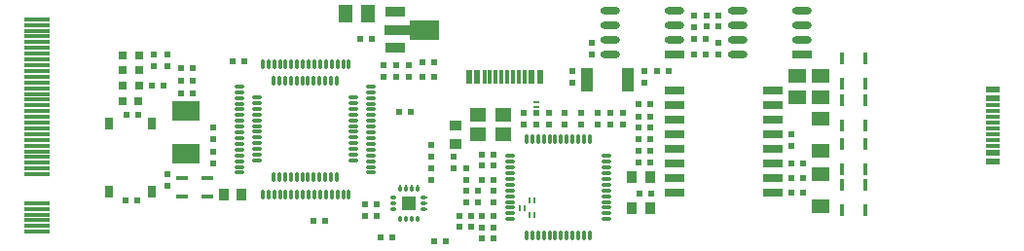
<source format=gtp>
G04*
G04 #@! TF.GenerationSoftware,Altium Limited,Altium Designer,18.1.7 (191)*
G04*
G04 Layer_Color=8421504*
%FSLAX44Y44*%
%MOMM*%
G71*
G01*
G75*
%ADD15R,0.6000X0.6000*%
%ADD16R,0.6000X0.6000*%
%ADD17R,1.1000X2.0000*%
%ADD18R,1.7000X0.6500*%
%ADD19O,1.7000X0.6500*%
%ADD20R,1.1500X0.6000*%
%ADD21R,1.1500X0.3000*%
%ADD22R,2.6000X1.7000*%
%ADD23R,1.7000X0.9000*%
%ADD24R,2.5000X0.9000*%
%ADD25R,0.4500X1.0000*%
%ADD26R,0.8000X0.8000*%
%ADD27R,1.0000X0.4500*%
%ADD28R,1.5000X1.2000*%
%ADD29R,0.9300X0.9800*%
%ADD30R,0.2000X0.6000*%
%ADD31R,0.2800X0.2800*%
%ADD32O,0.2800X0.6600*%
%ADD33O,0.6600X0.2800*%
%ADD34R,1.2500X1.2500*%
%ADD35R,1.3000X1.5000*%
%ADD36R,1.5000X1.3000*%
%ADD37R,2.2500X0.3500*%
%ADD38R,0.6000X1.1500*%
%ADD39R,0.3000X1.1500*%
%ADD40R,0.7000X1.1000*%
G04:AMPARAMS|DCode=41|XSize=0.3mm|YSize=0.8mm|CornerRadius=0.075mm|HoleSize=0mm|Usage=FLASHONLY|Rotation=180.000|XOffset=0mm|YOffset=0mm|HoleType=Round|Shape=RoundedRectangle|*
%AMROUNDEDRECTD41*
21,1,0.3000,0.6500,0,0,180.0*
21,1,0.1500,0.8000,0,0,180.0*
1,1,0.1500,-0.0750,0.3250*
1,1,0.1500,0.0750,0.3250*
1,1,0.1500,0.0750,-0.3250*
1,1,0.1500,-0.0750,-0.3250*
%
%ADD41ROUNDEDRECTD41*%
G04:AMPARAMS|DCode=42|XSize=0.3mm|YSize=0.8mm|CornerRadius=0.075mm|HoleSize=0mm|Usage=FLASHONLY|Rotation=90.000|XOffset=0mm|YOffset=0mm|HoleType=Round|Shape=RoundedRectangle|*
%AMROUNDEDRECTD42*
21,1,0.3000,0.6500,0,0,90.0*
21,1,0.1500,0.8000,0,0,90.0*
1,1,0.1500,0.3250,0.0750*
1,1,0.1500,0.3250,-0.0750*
1,1,0.1500,-0.3250,-0.0750*
1,1,0.1500,-0.3250,0.0750*
%
%ADD42ROUNDEDRECTD42*%
%ADD43R,2.4000X1.7000*%
%ADD44R,0.9800X0.9300*%
%ADD45R,0.6000X0.2000*%
%ADD46R,1.4000X1.2000*%
%ADD47R,1.6700X0.7600*%
D15*
X558080Y307000D02*
D03*
X547920D02*
D03*
X558080Y316000D02*
D03*
X547920D02*
D03*
X719920Y442000D02*
D03*
X730080D02*
D03*
X762920Y481000D02*
D03*
X773080D02*
D03*
X762920Y491000D02*
D03*
X773080D02*
D03*
X762080Y457000D02*
D03*
X751920D02*
D03*
X762080Y470000D02*
D03*
X751920D02*
D03*
X526080Y450000D02*
D03*
X515920D02*
D03*
X495920Y407000D02*
D03*
X506080D02*
D03*
X564080Y328000D02*
D03*
X553920D02*
D03*
X258420Y404000D02*
D03*
X268580D02*
D03*
X461920Y470000D02*
D03*
X472080D02*
D03*
X476080Y326000D02*
D03*
X465920D02*
D03*
X350920Y451000D02*
D03*
X361080D02*
D03*
X476080Y316000D02*
D03*
X465920D02*
D03*
X316080Y434000D02*
D03*
X305920D02*
D03*
Y423000D02*
D03*
X316080D02*
D03*
Y445000D02*
D03*
X305920D02*
D03*
X536080Y294000D02*
D03*
X525920D02*
D03*
X490080Y298000D02*
D03*
X479920D02*
D03*
X280920Y430000D02*
D03*
X291080D02*
D03*
X257920Y330000D02*
D03*
X268080D02*
D03*
X515920Y437000D02*
D03*
X526080D02*
D03*
X431080Y312000D02*
D03*
X420920D02*
D03*
X578080Y306000D02*
D03*
X567920D02*
D03*
X836920Y362000D02*
D03*
X847080D02*
D03*
X836920Y337000D02*
D03*
X847080D02*
D03*
X836920Y349000D02*
D03*
X847080D02*
D03*
X703920Y393000D02*
D03*
X714080D02*
D03*
X703920Y414000D02*
D03*
X714080D02*
D03*
X703920Y383000D02*
D03*
X714080D02*
D03*
X578080Y297000D02*
D03*
X567920D02*
D03*
X578080Y316000D02*
D03*
X567920D02*
D03*
Y370000D02*
D03*
X578080D02*
D03*
X567920Y360000D02*
D03*
X578080D02*
D03*
X703920Y373000D02*
D03*
X714080D02*
D03*
X715080Y336000D02*
D03*
X704920D02*
D03*
X714080Y363000D02*
D03*
X703920D02*
D03*
X714080Y403000D02*
D03*
X703920D02*
D03*
X564080Y338000D02*
D03*
X553920D02*
D03*
X578080Y348000D02*
D03*
X567920D02*
D03*
D16*
X752000Y491080D02*
D03*
Y480920D02*
D03*
X709000Y442080D02*
D03*
Y431920D02*
D03*
X663000Y467080D02*
D03*
Y456920D02*
D03*
X773000D02*
D03*
Y467080D02*
D03*
X646000Y442080D02*
D03*
Y431920D02*
D03*
X294000Y342920D02*
D03*
Y353080D02*
D03*
X524000Y378080D02*
D03*
Y367920D02*
D03*
X334000Y361920D02*
D03*
Y372080D02*
D03*
X482000Y447080D02*
D03*
Y436920D02*
D03*
X543000Y357920D02*
D03*
Y368080D02*
D03*
X504000Y447080D02*
D03*
Y436920D02*
D03*
X294000Y446920D02*
D03*
Y457080D02*
D03*
X282000Y446920D02*
D03*
Y457080D02*
D03*
X493000Y447080D02*
D03*
Y436920D02*
D03*
X334000Y382920D02*
D03*
Y393080D02*
D03*
X524000Y347920D02*
D03*
Y358080D02*
D03*
X837000Y387080D02*
D03*
Y376920D02*
D03*
X578000Y327920D02*
D03*
Y338080D02*
D03*
X690000Y395920D02*
D03*
Y406080D02*
D03*
X554000Y347920D02*
D03*
Y358080D02*
D03*
X604000Y395920D02*
D03*
Y406080D02*
D03*
X615000Y395920D02*
D03*
Y406080D02*
D03*
X626000D02*
D03*
Y395920D02*
D03*
X640000D02*
D03*
Y406080D02*
D03*
X654000Y395920D02*
D03*
Y406080D02*
D03*
X668000Y396000D02*
D03*
Y406160D02*
D03*
X679000Y395920D02*
D03*
Y406080D02*
D03*
D17*
X695000Y435000D02*
D03*
X659000D02*
D03*
D18*
X846000Y456900D02*
D03*
X735000Y457000D02*
D03*
D19*
X846000Y469600D02*
D03*
Y482300D02*
D03*
Y495000D02*
D03*
X790000Y456900D02*
D03*
Y469600D02*
D03*
Y482300D02*
D03*
Y495000D02*
D03*
X735000Y469700D02*
D03*
Y482400D02*
D03*
Y495100D02*
D03*
X679000Y457000D02*
D03*
Y469700D02*
D03*
Y482400D02*
D03*
Y495100D02*
D03*
D20*
X1012030Y364000D02*
D03*
Y371500D02*
D03*
X1012000Y418500D02*
D03*
X1012030Y426000D02*
D03*
D21*
Y377500D02*
D03*
Y382500D02*
D03*
Y387500D02*
D03*
Y392500D02*
D03*
X1012000Y397500D02*
D03*
X1012030Y402500D02*
D03*
Y407500D02*
D03*
Y412500D02*
D03*
D22*
X518000Y478000D02*
D03*
D23*
X492000Y463000D02*
D03*
Y494000D02*
D03*
D24*
X496000Y478000D02*
D03*
D25*
X881000Y379000D02*
D03*
Y357000D02*
D03*
X901000Y379000D02*
D03*
Y357000D02*
D03*
Y343000D02*
D03*
Y321000D02*
D03*
X881000Y343000D02*
D03*
Y321000D02*
D03*
X901000Y431000D02*
D03*
Y453000D02*
D03*
X881000Y431000D02*
D03*
Y453000D02*
D03*
X901000Y395000D02*
D03*
Y417000D02*
D03*
X881000Y395000D02*
D03*
Y417000D02*
D03*
D26*
X269000Y416000D02*
D03*
X255000D02*
D03*
X269300Y430000D02*
D03*
X255300D02*
D03*
X269300Y443000D02*
D03*
X255300D02*
D03*
X269300Y456000D02*
D03*
X255300D02*
D03*
D27*
X306500Y349500D02*
D03*
X328500D02*
D03*
X306500Y333000D02*
D03*
X328500D02*
D03*
D28*
X862000Y400954D02*
D03*
Y373046D02*
D03*
Y325046D02*
D03*
Y352954D02*
D03*
D29*
X698300Y350000D02*
D03*
X713700D02*
D03*
X698300Y323000D02*
D03*
X713700D02*
D03*
X343300Y335000D02*
D03*
X358700D02*
D03*
D30*
X605000Y323000D02*
D03*
X601000D02*
D03*
X613000Y330000D02*
D03*
X609000D02*
D03*
X613000Y317000D02*
D03*
X609000D02*
D03*
D31*
X496500Y342150D02*
D03*
X501500D02*
D03*
X506500D02*
D03*
X511500D02*
D03*
X519150Y332214D02*
D03*
Y327214D02*
D03*
Y322214D02*
D03*
X511500Y311850D02*
D03*
X506500D02*
D03*
X501500D02*
D03*
X496500D02*
D03*
X488850Y321960D02*
D03*
Y326960D02*
D03*
Y331960D02*
D03*
D32*
X496500Y340250D02*
D03*
X501500D02*
D03*
X506500D02*
D03*
X511500D02*
D03*
Y313750D02*
D03*
X506500D02*
D03*
X501500D02*
D03*
X496500D02*
D03*
D33*
X517250Y332214D02*
D03*
Y327214D02*
D03*
Y322214D02*
D03*
X490750Y321960D02*
D03*
Y326960D02*
D03*
Y331960D02*
D03*
D34*
X504000Y327000D02*
D03*
D35*
X449500Y492000D02*
D03*
X468500D02*
D03*
D36*
X842000Y438500D02*
D03*
Y419500D02*
D03*
X862000Y438500D02*
D03*
Y419500D02*
D03*
D37*
X181000Y457500D02*
D03*
Y452500D02*
D03*
Y447500D02*
D03*
Y442500D02*
D03*
Y302500D02*
D03*
Y307500D02*
D03*
Y312500D02*
D03*
Y317500D02*
D03*
Y322500D02*
D03*
Y327500D02*
D03*
Y352500D02*
D03*
Y357500D02*
D03*
Y362500D02*
D03*
Y367500D02*
D03*
Y372500D02*
D03*
Y377500D02*
D03*
Y382500D02*
D03*
Y387500D02*
D03*
Y392500D02*
D03*
Y397500D02*
D03*
Y402500D02*
D03*
Y407500D02*
D03*
Y412500D02*
D03*
Y417500D02*
D03*
Y422500D02*
D03*
Y427500D02*
D03*
Y432500D02*
D03*
Y437500D02*
D03*
Y462500D02*
D03*
Y487500D02*
D03*
Y482500D02*
D03*
Y477500D02*
D03*
Y472500D02*
D03*
Y467500D02*
D03*
D38*
X618300Y437600D02*
D03*
X610800D02*
D03*
X563800Y437570D02*
D03*
X556300Y437600D02*
D03*
D39*
X604800D02*
D03*
X599800D02*
D03*
X594800D02*
D03*
X589800D02*
D03*
X584800Y437570D02*
D03*
X579800Y437600D02*
D03*
X574800D02*
D03*
X569800D02*
D03*
D40*
X280500Y337500D02*
D03*
Y396500D02*
D03*
X243500D02*
D03*
Y337500D02*
D03*
D41*
X452000Y448500D02*
D03*
X447000D02*
D03*
X442000D02*
D03*
X437000D02*
D03*
X432000D02*
D03*
X427000D02*
D03*
X422000D02*
D03*
X417000D02*
D03*
X412000D02*
D03*
X407000D02*
D03*
X402000D02*
D03*
X397000D02*
D03*
X392000D02*
D03*
X387000D02*
D03*
X382000D02*
D03*
X377000D02*
D03*
X452000Y334500D02*
D03*
X447000D02*
D03*
X442000D02*
D03*
X437000D02*
D03*
X432000D02*
D03*
X427000D02*
D03*
X422000D02*
D03*
X417000D02*
D03*
X412000D02*
D03*
X407000D02*
D03*
X402000D02*
D03*
X397000D02*
D03*
X392000D02*
D03*
X387000D02*
D03*
X382000D02*
D03*
X377000D02*
D03*
X386500Y350250D02*
D03*
X391500D02*
D03*
X396500D02*
D03*
X401500D02*
D03*
X406500D02*
D03*
X411500D02*
D03*
X416500D02*
D03*
X421500D02*
D03*
X426500D02*
D03*
X431500D02*
D03*
X436500D02*
D03*
X441500D02*
D03*
X386500Y433750D02*
D03*
X391500D02*
D03*
X396500D02*
D03*
X401500D02*
D03*
X406500D02*
D03*
X411500D02*
D03*
X416500D02*
D03*
X421500D02*
D03*
X426500D02*
D03*
X431500D02*
D03*
X436500D02*
D03*
X441500D02*
D03*
X661500Y382750D02*
D03*
X656500D02*
D03*
X651500D02*
D03*
X646500D02*
D03*
X641500D02*
D03*
X636500D02*
D03*
X631500D02*
D03*
X626500D02*
D03*
X621500D02*
D03*
X616500D02*
D03*
X611500D02*
D03*
X606500D02*
D03*
X661500Y299250D02*
D03*
X656500D02*
D03*
X651500D02*
D03*
X646500D02*
D03*
X641500D02*
D03*
X636500D02*
D03*
X631500D02*
D03*
X626500D02*
D03*
X621500D02*
D03*
X616500D02*
D03*
X611500D02*
D03*
X606500D02*
D03*
D42*
X471500Y354000D02*
D03*
Y359000D02*
D03*
Y364000D02*
D03*
Y369000D02*
D03*
Y374000D02*
D03*
Y379000D02*
D03*
Y384000D02*
D03*
Y389000D02*
D03*
Y394000D02*
D03*
Y399000D02*
D03*
Y404000D02*
D03*
Y409000D02*
D03*
Y414000D02*
D03*
Y419000D02*
D03*
Y424000D02*
D03*
Y429000D02*
D03*
X357080Y354000D02*
D03*
Y359000D02*
D03*
Y364000D02*
D03*
Y369000D02*
D03*
Y374000D02*
D03*
Y379000D02*
D03*
Y384000D02*
D03*
Y389000D02*
D03*
Y394000D02*
D03*
Y399000D02*
D03*
Y404000D02*
D03*
Y409000D02*
D03*
Y414000D02*
D03*
Y419000D02*
D03*
Y424000D02*
D03*
Y429000D02*
D03*
X372250Y419500D02*
D03*
X372250Y414500D02*
D03*
X372250Y409500D02*
D03*
X372250Y404500D02*
D03*
Y399500D02*
D03*
Y394500D02*
D03*
Y389500D02*
D03*
Y384500D02*
D03*
X372250Y379500D02*
D03*
X372250Y374500D02*
D03*
Y369500D02*
D03*
Y364500D02*
D03*
X455750Y419500D02*
D03*
Y414500D02*
D03*
Y409500D02*
D03*
Y404500D02*
D03*
Y399500D02*
D03*
Y394500D02*
D03*
Y389500D02*
D03*
Y384500D02*
D03*
Y379500D02*
D03*
Y374500D02*
D03*
Y369500D02*
D03*
Y364500D02*
D03*
X675750Y313500D02*
D03*
X675750Y318500D02*
D03*
X675750Y323500D02*
D03*
X675750Y328500D02*
D03*
Y333500D02*
D03*
Y338500D02*
D03*
Y343500D02*
D03*
Y348500D02*
D03*
X675750Y353500D02*
D03*
X675750Y358500D02*
D03*
Y363500D02*
D03*
Y368500D02*
D03*
X592250Y313500D02*
D03*
Y318500D02*
D03*
Y323500D02*
D03*
Y328500D02*
D03*
Y333500D02*
D03*
Y338500D02*
D03*
Y343500D02*
D03*
Y348500D02*
D03*
Y353500D02*
D03*
Y358500D02*
D03*
Y363500D02*
D03*
Y368500D02*
D03*
D43*
X310600Y407500D02*
D03*
Y370500D02*
D03*
D44*
X545000Y394700D02*
D03*
Y379300D02*
D03*
D45*
X615000Y411000D02*
D03*
Y415000D02*
D03*
D46*
X586000Y387000D02*
D03*
Y404000D02*
D03*
X564000D02*
D03*
Y387000D02*
D03*
D47*
X735350Y425450D02*
D03*
Y412750D02*
D03*
Y400050D02*
D03*
Y387350D02*
D03*
Y374650D02*
D03*
Y361950D02*
D03*
Y349250D02*
D03*
Y336550D02*
D03*
X820650D02*
D03*
Y349250D02*
D03*
Y361950D02*
D03*
Y374650D02*
D03*
Y387350D02*
D03*
Y400050D02*
D03*
Y412750D02*
D03*
Y425450D02*
D03*
M02*

</source>
